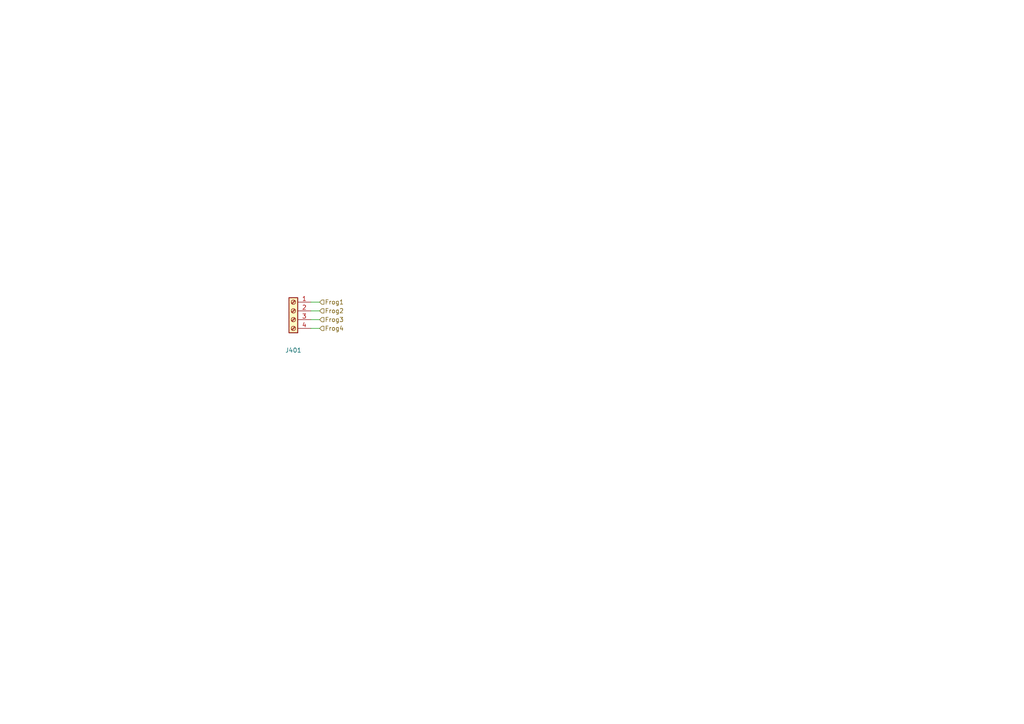
<source format=kicad_sch>
(kicad_sch (version 20231120) (generator "eeschema") (generator_version "8.0")
  (paper "A4")
  (lib_symbols
    (symbol "Connector:Screw_Terminal_01x04" (pin_names (offset 1.016) hide)
      (property "Reference" "J" (at 0 5.08 0))
      (property "Value" "Screw_Terminal_01x04" (at 0 -7.62 0))
      (symbol "Screw_Terminal_01x04_1_1"
        (rectangle (start -1.27 3.81) (end 1.27 -6.35) (stroke (width 0.254)) (fill (type background)))
        (circle (center 0 -5.08) (radius 0.635) (stroke (width 0.1524)))
        (circle (center 0 -2.54) (radius 0.635) (stroke (width 0.1524)))
        (polyline (pts (xy -0.5334 -4.7498) (xy 0.3302 -5.588)) (stroke (width 0.1524)))
        (polyline (pts (xy -0.5334 -2.2098) (xy 0.3302 -3.048)) (stroke (width 0.1524)))
        (polyline (pts (xy -0.5334 0.3302) (xy 0.3302 -0.508)) (stroke (width 0.1524)))
        (polyline (pts (xy -0.5334 2.8702) (xy 0.3302 2.032)) (stroke (width 0.1524)))
        (polyline (pts (xy -0.3556 -4.572) (xy 0.508 -5.4102)) (stroke (width 0.1524)))
        (polyline (pts (xy -0.3556 -2.032) (xy 0.508 -2.8702)) (stroke (width 0.1524)))
        (polyline (pts (xy -0.3556 0.508) (xy 0.508 -0.3302)) (stroke (width 0.1524)))
        (polyline (pts (xy -0.3556 3.048) (xy 0.508 2.2098)) (stroke (width 0.1524)))
        (circle (center 0 0) (radius 0.635) (stroke (width 0.1524)))
        (circle (center 0 2.54) (radius 0.635) (stroke (width 0.1524)))
        (pin passive line (at -5.08 2.54 0) (length 3.81) (name "Pin_1") (number "1"))
        (pin passive line (at -5.08 0 0) (length 3.81) (name "Pin_2") (number "2"))
        (pin passive line (at -5.08 -2.54 0) (length 3.81) (name "Pin_3") (number "3"))
        (pin passive line (at -5.08 -5.08 0) (length 3.81) (name "Pin_4") (number "4"))
      )
    )
  )
  (wire (pts (xy 90.17 90.17) (xy 92.71 90.17)))
  (wire (pts (xy 90.17 95.25) (xy 92.71 95.25)))
  (wire (pts (xy 90.17 92.71) (xy 92.71 92.71)))
  (wire (pts (xy 90.17 87.63) (xy 92.71 87.63)))
  (hierarchical_label "Frog2" (shape input) (at 92.71 90.17 0))
  (hierarchical_label "Frog1" (shape input) (at 92.71 87.63 0))
  (hierarchical_label "Frog4" (shape input) (at 92.71 95.25 0))
  (hierarchical_label "Frog3" (shape input) (at 92.71 92.71 0))
  (symbol (lib_id "Connector:Screw_Terminal_01x04") (at 85.09 90.17 0) (mirror y) (unit 1)
    (property "Reference" "J401" (at 85.09 101.6 0))
    (property "Value" "Screw_Terminal_01x04" (effects (hide yes)))
    (property "Footprint" "Connector_Phoenix_MC:PhoenixContact_MC_1,5_4-G-3.5_1x04_P3.50mm_Horizontal" (effects (hide yes)))
    (property "Description" "Generic screw terminal, single row, 01x04, script generated (kicad-library-utils/schlib/autogen/connector/)" (effects (hide yes)))
    (property "JLCPCB Part#" "C880574" (effects (hide yes)))
  )
)
</source>
